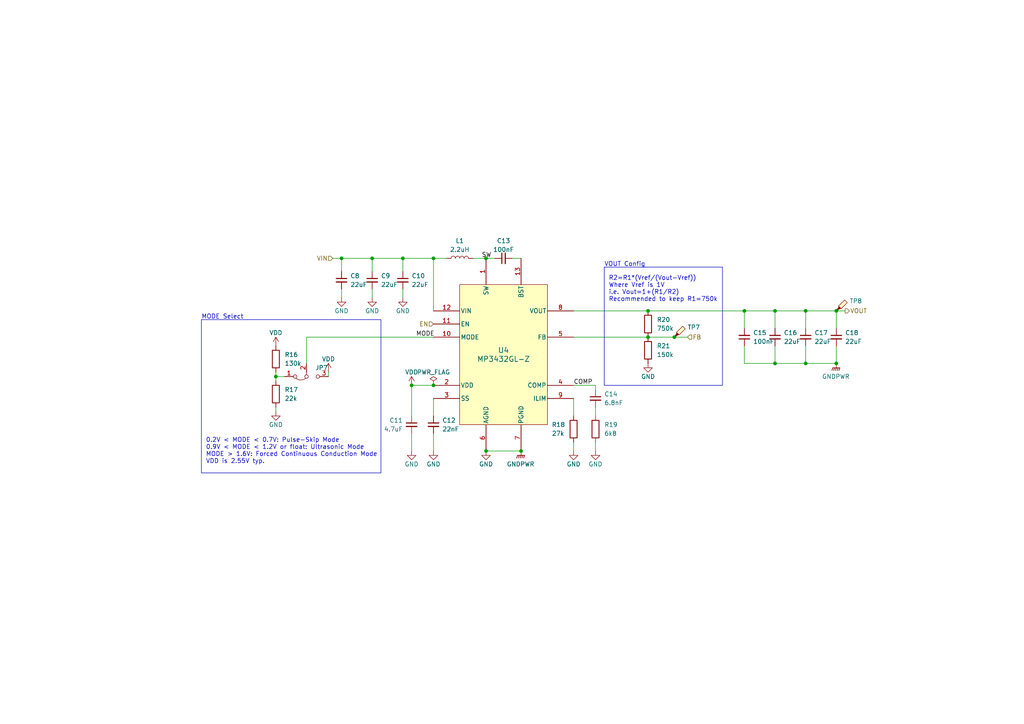
<source format=kicad_sch>
(kicad_sch (version 20231120) (generator "eeschema") (generator_version "8.0")
  (paper "A4")
  (title_block (title "Boost Driver Dev. Board") (rev "A") (company "Engineer Bo (https://www.youtube.com/@engineerbo)"))
  (lib_symbols
    (symbol "Connector:TestPoint_Probe" (pin_numbers hide) (pin_names (offset 0.762) hide)
      (property "Reference" "TP" (at 1.651 5.842 0))
      (property "Value" "TestPoint_Probe" (at 1.651 4.064 0))
      (symbol "TestPoint_Probe_0_1"
        (polyline (pts (xy 1.27 0.762) (xy 0 0) (xy 0.762 1.27) (xy 1.27 0.762)) (fill (type outline)))
        (polyline (pts (xy 1.397 0.635) (xy 0.635 1.397) (xy 2.413 3.175) (xy 3.175 2.413) (xy 1.397 0.635)) (fill (type background)))
      )
      (symbol "TestPoint_Probe_1_1"
        (pin passive line (at 0 0 90) (length 0) (name "1") (number "1"))
      )
    )
    (symbol "Device:C_Small" (pin_numbers hide) (pin_names (offset 0.254) hide)
      (property "Reference" "C" (at 0.254 1.778 0))
      (property "Value" "C_Small" (at 0.254 -2.032 0))
      (symbol "C_Small_0_1"
        (polyline (pts (xy -1.524 -0.508) (xy 1.524 -0.508)) (stroke (width 0.3302)))
        (polyline (pts (xy -1.524 0.508) (xy 1.524 0.508)) (stroke (width 0.3048)))
      )
      (symbol "C_Small_1_1"
        (pin passive line (at 0 2.54 270) (length 2.032) (name "~") (number "1"))
        (pin passive line (at 0 -2.54 90) (length 2.032) (name "~") (number "2"))
      )
    )
    (symbol "Device:L" (pin_numbers hide) (pin_names (offset 1.016) hide)
      (property "Reference" "L" (at -1.27 0 90))
      (property "Value" "L" (at 1.905 0 90))
      (symbol "L_0_1"
        (arc (start 0 -2.54) (mid 0.6323 -1.905) (end 0 -1.27))
        (arc (start 0 -1.27) (mid 0.6323 -0.635) (end 0 0))
        (arc (start 0 0) (mid 0.6323 0.635) (end 0 1.27))
        (arc (start 0 1.27) (mid 0.6323 1.905) (end 0 2.54))
      )
      (symbol "L_1_1"
        (pin passive line (at 0 3.81 270) (length 1.27) (name "1") (number "1"))
        (pin passive line (at 0 -3.81 90) (length 1.27) (name "2") (number "2"))
      )
    )
    (symbol "Device:R" (pin_numbers hide) (pin_names (offset 0))
      (property "Reference" "R" (at 2.032 0 90))
      (property "Value" "R" (at 0 0 90))
      (symbol "R_0_1"
        (rectangle (start -1.016 -2.54) (end 1.016 2.54) (stroke (width 0.254)))
      )
      (symbol "R_1_1"
        (pin passive line (at 0 3.81 270) (length 1.27) (name "~") (number "1"))
        (pin passive line (at 0 -3.81 90) (length 1.27) (name "~") (number "2"))
      )
    )
    (symbol "Jumper:Jumper_3_Bridged12" (pin_names (offset 0) hide)
      (property "Reference" "JP" (at -2.54 -2.54 0))
      (property "Value" "Jumper_3_Bridged12" (at 0 2.794 0))
      (symbol "Jumper_3_Bridged12_0_0"
        (circle (center -3.302 0) (radius 0.508))
        (circle (center 0 0) (radius 0.508))
        (circle (center 3.302 0) (radius 0.508))
      )
      (symbol "Jumper_3_Bridged12_0_1"
        (arc (start -0.254 0.508) (mid -1.651 0.9912) (end -3.048 0.508))
        (polyline (pts (xy 0 -1.27) (xy 0 -0.508)))
      )
      (symbol "Jumper_3_Bridged12_1_1"
        (pin passive line (at -6.35 0 0) (length 2.54) (name "A") (number "1"))
        (pin passive line (at 0 -3.81 90) (length 2.54) (name "C") (number "2"))
        (pin passive line (at 6.35 0 180) (length 2.54) (name "B") (number "3"))
      )
    )
    (symbol "MP3431:MP3431GL-P" (pin_names (offset 0.254))
      (property "Reference" "U4" (at 12.7 -19.05 0))
      (property "Value" "MP3431GL-P" (at 12.7 -21.59 0))
      (symbol "MP3431GL-P_0_1"
        (pin power_in line (at -7.62 -7.62 0) (length 7.62) (name "VIN") (number "12"))
        (pin output line (at 33.02 -29.21 180) (length 7.62) (name "COMP") (number "4"))
        (pin input line (at 33.02 -15.24 180) (length 7.62) (name "FB") (number "5"))
        (pin power_in line (at 7.62 -48.26 90) (length 7.62) (name "AGND") (number "6"))
        (pin power_in line (at 17.78 -48.26 90) (length 7.62) (name "PGND") (number "7"))
      )
      (symbol "MP3431GL-P_1_1"
        (rectangle (start 0 0) (end 25.4 -40.64) (fill (type background)))
        (pin unspecified line (at 7.62 7.62 270) (length 7.62) (name "SW") (number "1"))
        (pin unspecified line (at -7.62 -15.24 0) (length 7.62) (name "MODE") (number "10"))
        (pin input line (at -7.62 -11.43 0) (length 7.62) (name "EN") (number "11"))
        (pin unspecified line (at 17.78 7.62 270) (length 7.62) (name "BST") (number "13"))
        (pin unspecified line (at -7.62 -29.21 0) (length 7.62) (name "VDD") (number "2"))
        (pin unspecified line (at -7.62 -33.02 0) (length 7.62) (name "SS") (number "3"))
        (pin power_out line (at 33.02 -7.62 180) (length 7.62) (name "VOUT") (number "8"))
        (pin unspecified line (at 33.02 -33.02 180) (length 7.62) (name "ILIM") (number "9"))
      )
    )
    (symbol "power:GND" (power) (pin_names (offset 0))
      (property "Value" "GND" (at 0 -3.81 0))
      (symbol "GND_0_1"
        (polyline (pts (xy 0 0) (xy 0 -1.27) (xy 1.27 -1.27) (xy 0 -2.54) (xy -1.27 -1.27) (xy 0 -1.27)))
      )
      (symbol "GND_1_1"
        (pin power_in line (at 0 0 270) (length 0) hide (name "GND") (number "1"))
      )
    )
    (symbol "power:GNDPWR" (power) (pin_names (offset 0))
      (property "Value" "GNDPWR" (at 0 -3.302 0))
      (symbol "GNDPWR_0_1"
        (polyline (pts (xy 0 -1.27) (xy 0 0)))
        (polyline (pts (xy -1.016 -1.27) (xy -1.27 -2.032) (xy -1.27 -2.032)) (stroke (width 0.2032)))
        (polyline (pts (xy -0.508 -1.27) (xy -0.762 -2.032) (xy -0.762 -2.032)) (stroke (width 0.2032)))
        (polyline (pts (xy 0 -1.27) (xy -0.254 -2.032) (xy -0.254 -2.032)) (stroke (width 0.2032)))
        (polyline (pts (xy 0.508 -1.27) (xy 0.254 -2.032) (xy 0.254 -2.032)) (stroke (width 0.2032)))
        (polyline (pts (xy 1.016 -1.27) (xy -1.016 -1.27) (xy -1.016 -1.27)) (stroke (width 0.2032)))
        (polyline (pts (xy 1.016 -1.27) (xy 0.762 -2.032) (xy 0.762 -2.032) (xy 0.762 -2.032)) (stroke (width 0.2032)))
      )
      (symbol "GNDPWR_1_1"
        (pin power_in line (at 0 0 270) (length 0) hide (name "GNDPWR") (number "1"))
      )
    )
    (symbol "power:PWR_FLAG" (power) (pin_numbers hide) (pin_names (offset 0) hide)
      (property "Value" "PWR_FLAG" (at 0 3.81 0))
      (symbol "PWR_FLAG_0_0"
        (pin power_out line (at 0 0 90) (length 0) (name "pwr") (number "1"))
      )
      (symbol "PWR_FLAG_0_1"
        (polyline (pts (xy 0 0) (xy 0 1.27) (xy -1.016 1.905) (xy 0 2.54) (xy 1.016 1.905) (xy 0 1.27)))
      )
    )
    (symbol "power:VDD" (power) (pin_names (offset 0))
      (property "Value" "VDD" (at 0 3.81 0))
      (symbol "VDD_0_1"
        (polyline (pts (xy -0.762 1.27) (xy 0 2.54)))
        (polyline (pts (xy 0 0) (xy 0 2.54)))
        (polyline (pts (xy 0 2.54) (xy 0.762 1.27)))
      )
      (symbol "VDD_1_1"
        (pin power_in line (at 0 0 90) (length 0) hide (name "VDD") (number "1"))
      )
    )
  )
  (junction (at 107.95 74.93))
  (junction (at 140.97 74.93))
  (junction (at 140.97 130.81))
  (junction (at 233.68 90.17))
  (junction (at 80.01 109.22))
  (junction (at 215.9 90.17))
  (junction (at 187.96 90.17))
  (junction (at 125.73 74.93))
  (junction (at 151.13 130.81))
  (junction (at 119.38 111.76))
  (junction (at 242.57 105.41))
  (junction (at 125.73 111.76))
  (junction (at 233.68 105.41))
  (junction (at 224.79 105.41))
  (junction (at 99.06 74.93))
  (junction (at 195.58 97.79))
  (junction (at 187.96 97.79))
  (junction (at 242.57 90.17))
  (junction (at 116.84 74.93))
  (junction (at 224.79 90.17))
  (wire (pts (xy 187.96 97.79) (xy 195.58 97.79)))
  (wire (pts (xy 172.72 128.27) (xy 172.72 130.81)))
  (wire (pts (xy 166.37 90.17) (xy 187.96 90.17)))
  (wire (pts (xy 96.52 74.93) (xy 99.06 74.93)))
  (wire (pts (xy 224.79 100.33) (xy 224.79 105.41)))
  (wire (pts (xy 125.73 74.93) (xy 129.54 74.93)))
  (wire (pts (xy 107.95 74.93) (xy 116.84 74.93)))
  (wire (pts (xy 242.57 90.17) (xy 233.68 90.17)))
  (wire (pts (xy 233.68 105.41) (xy 242.57 105.41)))
  (wire (pts (xy 140.97 130.81) (xy 151.13 130.81)))
  (wire (pts (xy 166.37 128.27) (xy 166.37 130.81)))
  (wire (pts (xy 119.38 111.76) (xy 119.38 120.65)))
  (wire (pts (xy 172.72 111.76) (xy 172.72 113.03)))
  (wire (pts (xy 116.84 83.82) (xy 116.84 86.36)))
  (wire (pts (xy 125.73 90.17) (xy 125.73 74.93)))
  (wire (pts (xy 233.68 90.17) (xy 224.79 90.17)))
  (wire (pts (xy 119.38 111.76) (xy 125.73 111.76)))
  (wire (pts (xy 140.97 74.93) (xy 143.51 74.93)))
  (wire (pts (xy 125.73 115.57) (xy 125.73 120.65)))
  (wire (pts (xy 172.72 118.11) (xy 172.72 120.65)))
  (wire (pts (xy 166.37 115.57) (xy 166.37 120.65)))
  (wire (pts (xy 187.96 90.17) (xy 215.9 90.17)))
  (wire (pts (xy 80.01 109.22) (xy 80.01 107.95)))
  (wire (pts (xy 95.25 107.95) (xy 95.25 109.22)))
  (wire (pts (xy 242.57 90.17) (xy 242.57 95.25)))
  (wire (pts (xy 233.68 90.17) (xy 233.68 95.25)))
  (wire (pts (xy 148.59 74.93) (xy 151.13 74.93)))
  (wire (pts (xy 215.9 100.33) (xy 215.9 105.41)))
  (wire (pts (xy 119.38 125.73) (xy 119.38 130.81)))
  (wire (pts (xy 242.57 100.33) (xy 242.57 105.41)))
  (wire (pts (xy 116.84 74.93) (xy 125.73 74.93)))
  (wire (pts (xy 116.84 78.74) (xy 116.84 74.93)))
  (wire (pts (xy 99.06 83.82) (xy 99.06 86.36)))
  (wire (pts (xy 215.9 90.17) (xy 224.79 90.17)))
  (wire (pts (xy 233.68 100.33) (xy 233.68 105.41)))
  (wire (pts (xy 99.06 74.93) (xy 107.95 74.93)))
  (wire (pts (xy 166.37 111.76) (xy 172.72 111.76)))
  (wire (pts (xy 125.73 125.73) (xy 125.73 130.81)))
  (wire (pts (xy 224.79 105.41) (xy 233.68 105.41)))
  (wire (pts (xy 88.9 97.79) (xy 88.9 105.41)))
  (wire (pts (xy 80.01 109.22) (xy 82.55 109.22)))
  (wire (pts (xy 166.37 97.79) (xy 187.96 97.79)))
  (wire (pts (xy 195.58 97.79) (xy 199.39 97.79)))
  (wire (pts (xy 99.06 78.74) (xy 99.06 74.93)))
  (wire (pts (xy 215.9 105.41) (xy 224.79 105.41)))
  (wire (pts (xy 80.01 118.11) (xy 80.01 119.38)))
  (wire (pts (xy 242.57 90.17) (xy 245.11 90.17)))
  (wire (pts (xy 224.79 95.25) (xy 224.79 90.17)))
  (wire (pts (xy 215.9 90.17) (xy 215.9 95.25)))
  (wire (pts (xy 137.16 74.93) (xy 140.97 74.93)))
  (wire (pts (xy 88.9 97.79) (xy 125.73 97.79)))
  (wire (pts (xy 80.01 110.49) (xy 80.01 109.22)))
  (wire (pts (xy 107.95 83.82) (xy 107.95 86.36)))
  (wire (pts (xy 107.95 78.74) (xy 107.95 74.93)))
  (rectangle (start 175.26 77.47) (end 209.55 111.76))
  (rectangle (start 58.42 92.71) (end 110.49 137.16))
  (text "R2=R1*(Vref/(Vout-Vref))\nWhere Vref is 1V\ni.e. Vout=1+(R1/R2)\nRecommended to keep R1=750k" (at 176.53 87.63 0) (effects (font (size 1.27 1.27)) (justify left bottom)))
  (text "0.2V < MODE < 0.7V: Pulse-Skip Mode\n0.9V < MODE < 1.2V or float: Ultrasonic Mode\nMODE > 1.6V: Forced Continuous Conduction Mode\nVDD is 2.55V typ." (at 59.69 134.62 0) (effects (font (size 1.27 1.27)) (justify left bottom)))
  (text "MODE Select" (at 58.42 92.71 0) (effects (font (size 1.27 1.27)) (justify left bottom)))
  (text "VOUT Config" (at 175.26 77.47 0) (effects (font (size 1.27 1.27)) (justify left bottom)))
  (label "MODE" (at 120.65 97.79 0))
  (label "SW" (at 139.7 74.93 0))
  (label "COMP" (at 166.37 111.76 0))
  (hierarchical_label "EN" (shape input) (at 125.73 93.98 180))
  (hierarchical_label "VIN" (shape input) (at 96.52 74.93 180))
  (hierarchical_label "VOUT" (shape output) (at 245.11 90.17 0))
  (hierarchical_label "FB" (shape input) (at 199.39 97.79 0))
  (symbol (lib_id "power:PWR_FLAG") (at 125.73 111.76 0) (unit 1)
    (property "Reference" "#FLG04" (effects (hide yes)))
    (property "Value" "PWR_FLAG" (at 125.73 107.95 0))
  )
  (symbol (lib_id "Device:L") (at 133.35 74.93 90) (unit 1)
    (property "Reference" "L1" (at 133.35 69.85 90))
    (property "Value" "2.2uH" (at 133.35 72.39 90))
    (property "Footprint" "Inductor_SMD:L_Coilcraft_XAL7070-XXX" (effects (hide yes)))
    (property "Manufacturer" "Coilcraft" (effects (hide yes)))
    (property "PartNumber" "XAL7070-222MEC" (effects (hide yes)))
  )
  (symbol (lib_id "power:VDD") (at 119.38 111.76 0) (unit 1)
    (property "Reference" "#PWR038" (effects (hide yes)))
    (property "Value" "VDD" (at 119.38 107.95 0))
  )
  (symbol (lib_id "Device:C_Small") (at 107.95 81.28 0) (unit 1)
    (property "Reference" "C9" (at 110.49 80.0163 0) (effects (justify left)))
    (property "Value" "22uF" (at 110.49 82.5563 0) (effects (justify left)))
    (property "Footprint" "Capacitor_SMD:C_0805_2012Metric" (effects (hide yes)))
    (property "Tolerance" "X5R" (effects (hide yes)))
    (property "Voltage" "25V" (effects (hide yes)))
  )
  (symbol (lib_id "Device:R") (at 187.96 93.98 0) (unit 1)
    (property "Reference" "R20" (at 190.5 92.71 0) (effects (justify left)))
    (property "Value" "750k" (at 190.5 95.25 0) (effects (justify left)))
    (property "Footprint" "Resistor_SMD:R_0402_1005Metric" (effects (hide yes)))
    (property "Tolerance" "1%" (effects (hide yes)))
  )
  (symbol (lib_id "Device:R") (at 166.37 124.46 0) (unit 1)
    (property "Reference" "R18" (at 160.02 123.19 0) (effects (justify left)))
    (property "Value" "27k" (at 160.02 125.73 0) (effects (justify left)))
    (property "Footprint" "Resistor_SMD:R_0402_1005Metric" (effects (hide yes)))
    (property "Tolerance" "1%" (effects (hide yes)))
  )
  (symbol (lib_id "Device:C_Small") (at 224.79 97.79 0) (unit 1)
    (property "Reference" "C16" (at 227.33 96.5263 0) (effects (justify left)))
    (property "Value" "22uF" (at 227.33 99.0663 0) (effects (justify left)))
    (property "Footprint" "Capacitor_SMD:C_0805_2012Metric" (effects (hide yes)))
    (property "Tolerance" "X5R" (effects (hide yes)))
    (property "Voltage" "25V" (effects (hide yes)))
  )
  (symbol (lib_id "Connector:TestPoint_Probe") (at 242.57 90.17 0) (unit 1)
    (property "Reference" "TP8" (at 246.38 87.3125 0) (effects (justify left)))
    (property "Value" "TestPoint_Probe" (effects (hide yes)))
    (property "Footprint" "TestPoint:TestPoint_Keystone_5000-5004_Miniature" (effects (hide yes)))
    (property "Manufacturer" "ronghe" (effects (hide yes)))
    (property "PartNumber" "RH-5000" (effects (hide yes)))
  )
  (symbol (lib_id "Device:R") (at 80.01 114.3 0) (unit 1)
    (property "Reference" "R17" (at 82.55 113.03 0) (effects (justify left)))
    (property "Value" "22k" (at 82.55 115.57 0) (effects (justify left)))
    (property "Footprint" "Resistor_SMD:R_0402_1005Metric" (effects (hide yes)))
    (property "Tolerance" "1%" (effects (hide yes)))
  )
  (symbol (lib_id "Device:R") (at 172.72 124.46 0) (unit 1)
    (property "Reference" "R19" (at 175.26 123.19 0) (effects (justify left)))
    (property "Value" "6k8" (at 175.26 125.73 0) (effects (justify left)))
    (property "Footprint" "Resistor_SMD:R_0402_1005Metric" (effects (hide yes)))
    (property "Tolerance" "1%" (effects (hide yes)))
  )
  (symbol (lib_id "Device:R") (at 187.96 101.6 0) (unit 1)
    (property "Reference" "R21" (at 190.5 100.3299 0) (effects (justify left)))
    (property "Value" "150k" (at 190.5 102.8699 0) (effects (justify left)))
    (property "Footprint" "Resistor_SMD:R_0402_1005Metric" (effects (hide yes)))
    (property "Tolerance" "1%" (effects (hide yes)))
  )
  (symbol (lib_id "Device:C_Small") (at 215.9 97.79 180) (unit 1)
    (property "Reference" "C15" (at 218.44 96.5136 0) (effects (justify right)))
    (property "Value" "100nF" (at 218.44 99.0536 0) (effects (justify right)))
    (property "Footprint" "Capacitor_SMD:C_0402_1005Metric" (effects (hide yes)))
  )
  (symbol (lib_id "power:GND") (at 125.73 130.81 0) (unit 1)
    (property "Reference" "#PWR040" (effects (hide yes)))
    (property "Value" "GND" (at 125.73 134.62 0))
  )
  (symbol (lib_id "Device:C_Small") (at 172.72 115.57 0) (unit 1)
    (property "Reference" "C14" (at 175.26 114.3063 0) (effects (justify left)))
    (property "Value" "6.8nF" (at 175.26 116.8463 0) (effects (justify left)))
    (property "Footprint" "Capacitor_SMD:C_0402_1005Metric" (effects (hide yes)))
  )
  (symbol (lib_id "power:GND") (at 107.95 86.36 0) (unit 1)
    (property "Reference" "#PWR036" (effects (hide yes)))
    (property "Value" "GND" (at 107.95 90.17 0))
  )
  (symbol (lib_id "MP3431:MP3431GL-P") (at 133.35 82.55 0) (unit 1)
    (property "Reference" "U4" (at 146.05 101.6 0) (effects (font (size 1.524 1.524))))
    (property "Value" "MP3432GL-Z" (at 146.05 104.14 0) (effects (font (size 1.524 1.524))))
    (property "Footprint" "footprints:QFN-13_MP3431_MNP" (effects (hide yes)))
    (property "Manufacturer" "Monolithic Power Systems (MPS)" (effects (hide yes)))
    (property "PartNumber" "MP3432GL-Z" (effects (hide yes)))
  )
  (symbol (lib_id "power:GND") (at 166.37 130.81 0) (unit 1)
    (property "Reference" "#PWR043" (effects (hide yes)))
    (property "Value" "GND" (at 166.37 134.62 0))
  )
  (symbol (lib_id "power:GND") (at 80.01 119.38 0) (unit 1)
    (property "Reference" "#PWR033" (effects (hide yes)))
    (property "Value" "GND" (at 80.01 123.19 0))
  )
  (symbol (lib_id "Jumper:Jumper_3_Bridged12") (at 88.9 109.22 0) (mirror x) (unit 1)
    (property "Reference" "JP7" (at 91.44 106.68 0) (effects (justify left)))
    (property "Value" "Jumper_3_Bridged12" (effects (hide yes)))
    (property "Footprint" "Connector_PinHeader_2.54mm:PinHeader_1x03_P2.54mm_Vertical" (effects (hide yes)))
  )
  (symbol (lib_id "power:GND") (at 140.97 130.81 0) (unit 1)
    (property "Reference" "#PWR041" (effects (hide yes)))
    (property "Value" "GND" (at 140.97 134.62 0))
  )
  (symbol (lib_id "Device:C_Small") (at 116.84 81.28 0) (unit 1)
    (property "Reference" "C10" (at 119.38 80.0163 0) (effects (justify left)))
    (property "Value" "22uF" (at 119.38 82.5563 0) (effects (justify left)))
    (property "Footprint" "Capacitor_SMD:C_0805_2012Metric" (effects (hide yes)))
    (property "Tolerance" "X5R" (effects (hide yes)))
    (property "Voltage" "25V" (effects (hide yes)))
  )
  (symbol (lib_id "power:VDD") (at 95.25 107.95 0) (unit 1)
    (property "Reference" "#PWR034" (effects (hide yes)))
    (property "Value" "VDD" (at 95.25 104.14 0))
  )
  (symbol (lib_id "power:VDD") (at 80.01 100.33 0) (unit 1)
    (property "Reference" "#PWR032" (effects (hide yes)))
    (property "Value" "VDD" (at 80.01 96.52 0))
  )
  (symbol (lib_id "Device:C_Small") (at 119.38 123.19 0) (unit 1)
    (property "Reference" "C11" (at 116.84 121.9263 0) (effects (justify right)))
    (property "Value" "4.7uF" (at 116.84 124.4663 0) (effects (justify right)))
    (property "Footprint" "Capacitor_SMD:C_0603_1608Metric" (effects (hide yes)))
    (property "Tolerance" "X5R" (effects (hide yes)))
    (property "Voltage" "16V" (effects (hide yes)))
  )
  (symbol (lib_id "Device:C_Small") (at 125.73 123.19 0) (unit 1)
    (property "Reference" "C12" (at 128.27 121.9263 0) (effects (justify left)))
    (property "Value" "22nF" (at 128.27 124.4663 0) (effects (justify left)))
    (property "Footprint" "Capacitor_SMD:C_0402_1005Metric" (effects (hide yes)))
  )
  (symbol (lib_id "power:GND") (at 99.06 86.36 0) (unit 1)
    (property "Reference" "#PWR035" (effects (hide yes)))
    (property "Value" "GND" (at 99.06 90.17 0))
  )
  (symbol (lib_id "power:GND") (at 172.72 130.81 0) (unit 1)
    (property "Reference" "#PWR044" (effects (hide yes)))
    (property "Value" "GND" (at 172.72 134.62 0))
  )
  (symbol (lib_id "power:GNDPWR") (at 151.13 130.81 0) (unit 1)
    (property "Reference" "#PWR042" (effects (hide yes)))
    (property "Value" "GNDPWR" (at 151.003 134.62 0))
  )
  (symbol (lib_id "power:GND") (at 116.84 86.36 0) (unit 1)
    (property "Reference" "#PWR037" (effects (hide yes)))
    (property "Value" "GND" (at 116.84 90.17 0))
  )
  (symbol (lib_id "Device:C_Small") (at 99.06 81.28 0) (unit 1)
    (property "Reference" "C8" (at 101.6 80.0163 0) (effects (justify left)))
    (property "Value" "22uF" (at 101.6 82.5563 0) (effects (justify left)))
    (property "Footprint" "Capacitor_SMD:C_0805_2012Metric" (effects (hide yes)))
    (property "Tolerance" "X5R" (effects (hide yes)))
    (property "Voltage" "25V" (effects (hide yes)))
  )
  (symbol (lib_id "Device:R") (at 80.01 104.14 0) (unit 1)
    (property "Reference" "R16" (at 82.55 102.87 0) (effects (justify left)))
    (property "Value" "130k" (at 82.55 105.41 0) (effects (justify left)))
    (property "Footprint" "Resistor_SMD:R_0402_1005Metric" (effects (hide yes)))
    (property "Tolerance" "1%" (effects (hide yes)))
  )
  (symbol (lib_id "Device:C_Small") (at 242.57 97.79 0) (unit 1)
    (property "Reference" "C18" (at 245.11 96.5263 0) (effects (justify left)))
    (property "Value" "22uF" (at 245.11 99.0663 0) (effects (justify left)))
    (property "Footprint" "Capacitor_SMD:C_0805_2012Metric" (effects (hide yes)))
    (property "Tolerance" "X5R" (effects (hide yes)))
    (property "Voltage" "25V" (effects (hide yes)))
  )
  (symbol (lib_id "Device:C_Small") (at 146.05 74.93 90) (unit 1)
    (property "Reference" "C13" (at 146.05 69.85 90))
    (property "Value" "100nF" (at 146.05 72.39 90))
    (property "Footprint" "Capacitor_SMD:C_0402_1005Metric" (effects (hide yes)))
  )
  (symbol (lib_id "power:GND") (at 119.38 130.81 0) (unit 1)
    (property "Reference" "#PWR039" (effects (hide yes)))
    (property "Value" "GND" (at 119.38 134.62 0))
  )
  (symbol (lib_id "Device:C_Small") (at 233.68 97.79 0) (unit 1)
    (property "Reference" "C17" (at 236.22 96.5263 0) (effects (justify left)))
    (property "Value" "22uF" (at 236.22 99.0663 0) (effects (justify left)))
    (property "Footprint" "Capacitor_SMD:C_0805_2012Metric" (effects (hide yes)))
    (property "Tolerance" "X5R" (effects (hide yes)))
    (property "Voltage" "25V" (effects (hide yes)))
  )
  (symbol (lib_id "Connector:TestPoint_Probe") (at 195.58 97.79 0) (unit 1)
    (property "Reference" "TP7" (at 199.39 94.9325 0) (effects (justify left)))
    (property "Value" "TestPoint_Probe" (effects (hide yes)))
    (property "Footprint" "TestPoint:TestPoint_Keystone_5000-5004_Miniature" (effects (hide yes)))
    (property "Manufacturer" "ronghe" (effects (hide yes)))
    (property "PartNumber" "RH-5000" (effects (hide yes)))
  )
  (symbol (lib_id "power:GNDPWR") (at 242.57 105.41 0) (unit 1)
    (property "Reference" "#PWR046" (effects (hide yes)))
    (property "Value" "GNDPWR" (at 242.443 109.22 0))
  )
  (symbol (lib_id "power:GND") (at 187.96 105.41 0) (unit 1)
    (property "Reference" "#PWR045" (effects (hide yes)))
    (property "Value" "GND" (at 187.96 109.22 0))
  )
)
</source>
